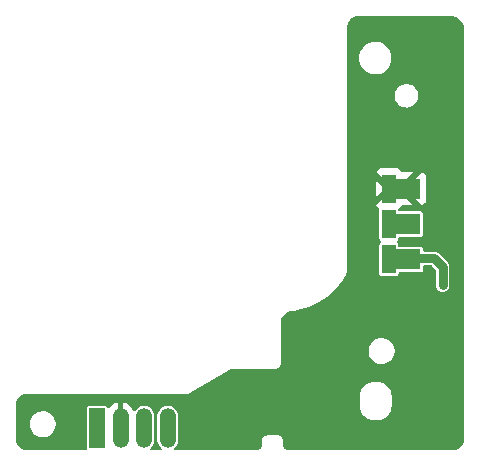
<source format=gbr>
%TF.GenerationSoftware,KiCad,Pcbnew,8.0.2*%
%TF.CreationDate,2024-09-01T00:37:24-07:00*%
%TF.ProjectId,procon_battery_pcb,70726f63-6f6e-45f6-9261-74746572795f,rev?*%
%TF.SameCoordinates,Original*%
%TF.FileFunction,Copper,L2,Bot*%
%TF.FilePolarity,Positive*%
%FSLAX46Y46*%
G04 Gerber Fmt 4.6, Leading zero omitted, Abs format (unit mm)*
G04 Created by KiCad (PCBNEW 8.0.2) date 2024-09-01 00:37:24*
%MOMM*%
%LPD*%
G01*
G04 APERTURE LIST*
%TA.AperFunction,ComponentPad*%
%ADD10R,1.350000X3.350000*%
%TD*%
%TA.AperFunction,ComponentPad*%
%ADD11O,1.350000X3.350000*%
%TD*%
%TA.AperFunction,SMDPad,CuDef*%
%ADD12R,1.200000X2.450000*%
%TD*%
%TA.AperFunction,SMDPad,CuDef*%
%ADD13R,3.280000X1.750000*%
%TD*%
%TA.AperFunction,ViaPad*%
%ADD14C,1.000000*%
%TD*%
%TA.AperFunction,ViaPad*%
%ADD15C,0.750000*%
%TD*%
%TA.AperFunction,Conductor*%
%ADD16C,0.750000*%
%TD*%
G04 APERTURE END LIST*
D10*
%TO.P,J1,1,Pin_1*%
%TO.N,BATTERY_TS_TIEDOWN*%
X51607200Y-51130200D03*
D11*
%TO.P,J1,2,Pin_2*%
%TO.N,GND*%
X53607200Y-51130200D03*
%TO.P,J1,3,Pin_3*%
%TO.N,BATTERY_TS_SENSE*%
X55607200Y-51130200D03*
%TO.P,J1,4,Pin_4*%
%TO.N,BATTERY_POS*%
X57607200Y-51130200D03*
%TD*%
D12*
%TO.P,U1,1,POS*%
%TO.N,BATTERY_POS*%
X76327000Y-36858200D03*
D13*
X77367000Y-36858200D03*
D12*
%TO.P,U1,2,NC*%
%TO.N,unconnected-(U1-NC-Pad2)*%
X76327000Y-33858200D03*
D13*
X77367000Y-33858200D03*
D12*
%TO.P,U1,3,COM*%
%TO.N,GND*%
X76327000Y-30858200D03*
D13*
X77367000Y-30858200D03*
%TD*%
D14*
%TO.N,GND*%
X76250800Y-30861000D03*
X78486000Y-30835600D03*
%TO.N,BATTERY_POS*%
X76327000Y-36858200D03*
D15*
X80873600Y-39014400D03*
D14*
X78405459Y-36771345D03*
%TO.N,unconnected-(U1-NC-Pad2)*%
X76327000Y-33858200D03*
X78486000Y-33858200D03*
%TD*%
D16*
%TO.N,GND*%
X78412600Y-30858200D02*
X78435200Y-30835600D01*
X78486000Y-30784800D02*
X78435200Y-30835600D01*
X78435200Y-30835600D02*
X78486000Y-30835600D01*
X78486000Y-30835600D02*
X78486000Y-30784800D01*
%TO.N,BATTERY_POS*%
X80179945Y-36771345D02*
X78405459Y-36771345D01*
X80873600Y-37465000D02*
X80179945Y-36771345D01*
X80873600Y-39014400D02*
X80873600Y-37465000D01*
%TO.N,unconnected-(U1-NC-Pad2)*%
X77367000Y-33858200D02*
X78486000Y-33858200D01*
%TD*%
%TA.AperFunction,Conductor*%
%TO.N,GND*%
G36*
X81447730Y-16209429D02*
G01*
X81454038Y-16209566D01*
X81546072Y-16211571D01*
X81564896Y-16213425D01*
X81759858Y-16247803D01*
X81780735Y-16253397D01*
X81965490Y-16320641D01*
X81985075Y-16329774D01*
X82155344Y-16428079D01*
X82173044Y-16440472D01*
X82323661Y-16566854D01*
X82338944Y-16582137D01*
X82460252Y-16726707D01*
X82465325Y-16732752D01*
X82477722Y-16750458D01*
X82576024Y-16920722D01*
X82585159Y-16940312D01*
X82652402Y-17125064D01*
X82657996Y-17145941D01*
X82692373Y-17340898D01*
X82694228Y-17359729D01*
X82696371Y-17458067D01*
X82696400Y-17460769D01*
X82696400Y-52027873D01*
X82696363Y-52030911D01*
X82694254Y-52116980D01*
X82691908Y-52138133D01*
X82658039Y-52308406D01*
X82650983Y-52331668D01*
X82585128Y-52490654D01*
X82573669Y-52512092D01*
X82478064Y-52655175D01*
X82462643Y-52673965D01*
X82340965Y-52795643D01*
X82322175Y-52811064D01*
X82179092Y-52906669D01*
X82157654Y-52918128D01*
X81998668Y-52983983D01*
X81975406Y-52991039D01*
X81805133Y-53024908D01*
X81783980Y-53027254D01*
X81700650Y-53029295D01*
X81697909Y-53029363D01*
X81694873Y-53029400D01*
X67878423Y-53029400D01*
X67874360Y-53029333D01*
X67869402Y-53029170D01*
X67825118Y-53027717D01*
X67797077Y-53023555D01*
X67780982Y-53019240D01*
X67700009Y-52997531D01*
X67670117Y-52985146D01*
X67584862Y-52935916D01*
X67559190Y-52916215D01*
X67489584Y-52846609D01*
X67469884Y-52820939D01*
X67420651Y-52735678D01*
X67408269Y-52705794D01*
X67382243Y-52608716D01*
X67378082Y-52580678D01*
X67376467Y-52531442D01*
X67376400Y-52527377D01*
X67376400Y-52229401D01*
X67376017Y-52216431D01*
X67374464Y-52163826D01*
X67340538Y-52037144D01*
X67340537Y-52037143D01*
X67340537Y-52037141D01*
X67292555Y-51954024D01*
X67274972Y-51923563D01*
X67274971Y-51923562D01*
X67274970Y-51923560D01*
X67182239Y-51830829D01*
X67068657Y-51765262D01*
X67068658Y-51765262D01*
X66941978Y-51731337D01*
X66941977Y-51731336D01*
X66941974Y-51731336D01*
X66876400Y-51729400D01*
X66876399Y-51729400D01*
X66076400Y-51729400D01*
X66010855Y-51731539D01*
X65884233Y-51765467D01*
X65884231Y-51765467D01*
X65884231Y-51765468D01*
X65770706Y-51831012D01*
X65770703Y-51831014D01*
X65678014Y-51923703D01*
X65678012Y-51923706D01*
X65612468Y-52037231D01*
X65578539Y-52163855D01*
X65576400Y-52229399D01*
X65576400Y-52527378D01*
X65576334Y-52531424D01*
X65574726Y-52580682D01*
X65570567Y-52608729D01*
X65544558Y-52705798D01*
X65532170Y-52735705D01*
X65482950Y-52820956D01*
X65463244Y-52846637D01*
X65393637Y-52916244D01*
X65367956Y-52935950D01*
X65282705Y-52985170D01*
X65252798Y-52997558D01*
X65155729Y-53023567D01*
X65127682Y-53027726D01*
X65083373Y-53029172D01*
X65078420Y-53029334D01*
X65074378Y-53029400D01*
X58244815Y-53029400D01*
X58177776Y-53009715D01*
X58132021Y-52956911D01*
X58122077Y-52887753D01*
X58151102Y-52824197D01*
X58161000Y-52814561D01*
X58160992Y-52814553D01*
X58287242Y-52688302D01*
X58287245Y-52688299D01*
X58383058Y-52544905D01*
X58449055Y-52385574D01*
X58482700Y-52216429D01*
X58482700Y-50043971D01*
X58482700Y-50043968D01*
X58482699Y-50043966D01*
X58456180Y-49910645D01*
X58449055Y-49874826D01*
X58392090Y-49737299D01*
X58383061Y-49715501D01*
X58383054Y-49715488D01*
X58287245Y-49572101D01*
X58287242Y-49572097D01*
X58165302Y-49450157D01*
X58165298Y-49450154D01*
X58021911Y-49354345D01*
X58021898Y-49354338D01*
X57862578Y-49288346D01*
X57862566Y-49288343D01*
X57693432Y-49254700D01*
X57693429Y-49254700D01*
X57520971Y-49254700D01*
X57520968Y-49254700D01*
X57351833Y-49288343D01*
X57351821Y-49288346D01*
X57192501Y-49354338D01*
X57192488Y-49354345D01*
X57049101Y-49450154D01*
X57049097Y-49450157D01*
X56927157Y-49572097D01*
X56927154Y-49572101D01*
X56831345Y-49715488D01*
X56831338Y-49715501D01*
X56765346Y-49874821D01*
X56765343Y-49874833D01*
X56731700Y-50043966D01*
X56731700Y-52216433D01*
X56765343Y-52385566D01*
X56765346Y-52385578D01*
X56831338Y-52544898D01*
X56831345Y-52544911D01*
X56927154Y-52688298D01*
X56927157Y-52688302D01*
X57053408Y-52814553D01*
X57052367Y-52815593D01*
X57087583Y-52867289D01*
X57089456Y-52937134D01*
X57053270Y-52996903D01*
X56990515Y-53027621D01*
X56969585Y-53029400D01*
X56244815Y-53029400D01*
X56177776Y-53009715D01*
X56132021Y-52956911D01*
X56122077Y-52887753D01*
X56151102Y-52824197D01*
X56161000Y-52814561D01*
X56160992Y-52814553D01*
X56287242Y-52688302D01*
X56287245Y-52688299D01*
X56383058Y-52544905D01*
X56449055Y-52385574D01*
X56482700Y-52216429D01*
X56482700Y-50043971D01*
X56482700Y-50043968D01*
X56482699Y-50043966D01*
X56456180Y-49910645D01*
X56449055Y-49874826D01*
X56392090Y-49737299D01*
X56383061Y-49715501D01*
X56383054Y-49715488D01*
X56287245Y-49572101D01*
X56287242Y-49572097D01*
X56165302Y-49450157D01*
X56165298Y-49450154D01*
X56021911Y-49354345D01*
X56021898Y-49354338D01*
X55862578Y-49288346D01*
X55862566Y-49288343D01*
X55693432Y-49254700D01*
X55693429Y-49254700D01*
X55520971Y-49254700D01*
X55520968Y-49254700D01*
X55351833Y-49288343D01*
X55351821Y-49288346D01*
X55192501Y-49354338D01*
X55192488Y-49354345D01*
X55049101Y-49450154D01*
X55049097Y-49450157D01*
X54927157Y-49572097D01*
X54882663Y-49638687D01*
X54829050Y-49683491D01*
X54759725Y-49692198D01*
X54696698Y-49662043D01*
X54669076Y-49626090D01*
X54612147Y-49514362D01*
X54503445Y-49364745D01*
X54503441Y-49364740D01*
X54372659Y-49233958D01*
X54372654Y-49233954D01*
X54223037Y-49125252D01*
X54058243Y-49041284D01*
X54058237Y-49041282D01*
X53882344Y-48984132D01*
X53857200Y-48980150D01*
X53857200Y-50814514D01*
X53852806Y-50810120D01*
X53761594Y-50757459D01*
X53659861Y-50730200D01*
X53554539Y-50730200D01*
X53452806Y-50757459D01*
X53361594Y-50810120D01*
X53357200Y-50814514D01*
X53357200Y-48980150D01*
X53357199Y-48980150D01*
X53332055Y-48984132D01*
X53156162Y-49041282D01*
X53156156Y-49041284D01*
X52991362Y-49125252D01*
X52841745Y-49233954D01*
X52841740Y-49233958D01*
X52710960Y-49364738D01*
X52685091Y-49400343D01*
X52629760Y-49443007D01*
X52560146Y-49448985D01*
X52498352Y-49416377D01*
X52478299Y-49386824D01*
X52477852Y-49387123D01*
X52426752Y-49310647D01*
X52360430Y-49266332D01*
X52360429Y-49266331D01*
X52301952Y-49254700D01*
X52301948Y-49254700D01*
X50912452Y-49254700D01*
X50912447Y-49254700D01*
X50853970Y-49266331D01*
X50853969Y-49266332D01*
X50787647Y-49310647D01*
X50743332Y-49376969D01*
X50743331Y-49376970D01*
X50731700Y-49435447D01*
X50731700Y-52824952D01*
X50742890Y-52881209D01*
X50736663Y-52950801D01*
X50693799Y-53005978D01*
X50627909Y-53029222D01*
X50621273Y-53029400D01*
X45747905Y-53029400D01*
X45744856Y-53029362D01*
X45741124Y-53029270D01*
X45658828Y-53027245D01*
X45637679Y-53024899D01*
X45467399Y-52991015D01*
X45444141Y-52983958D01*
X45285163Y-52918099D01*
X45263727Y-52906640D01*
X45120650Y-52811033D01*
X45101863Y-52795614D01*
X44980185Y-52673936D01*
X44964766Y-52655149D01*
X44942423Y-52621713D01*
X44869158Y-52512071D01*
X44857700Y-52490636D01*
X44791841Y-52331658D01*
X44784784Y-52308400D01*
X44769064Y-52229399D01*
X44750899Y-52138117D01*
X44748554Y-52116980D01*
X44746436Y-52030866D01*
X44746400Y-52027894D01*
X44746400Y-50808716D01*
X45913393Y-50808716D01*
X45913393Y-50808727D01*
X45933315Y-51017361D01*
X45933318Y-51017378D01*
X45992365Y-51218477D01*
X46088413Y-51404784D01*
X46217974Y-51569532D01*
X46217978Y-51569536D01*
X46376376Y-51706790D01*
X46376387Y-51706798D01*
X46557897Y-51811592D01*
X46557899Y-51811593D01*
X46755970Y-51880146D01*
X46963436Y-51909975D01*
X47172797Y-51900002D01*
X47376488Y-51850587D01*
X47567146Y-51763517D01*
X47737880Y-51641937D01*
X47882520Y-51490244D01*
X47995838Y-51313918D01*
X48073738Y-51119333D01*
X48113405Y-50913521D01*
X48115895Y-50808722D01*
X48113405Y-50703923D01*
X48073738Y-50498111D01*
X47995838Y-50303526D01*
X47882520Y-50127200D01*
X47803158Y-50043968D01*
X47737882Y-49975508D01*
X47737879Y-49975506D01*
X47567148Y-49853928D01*
X47567146Y-49853927D01*
X47376488Y-49766857D01*
X47172797Y-49717442D01*
X46983384Y-49708419D01*
X46963438Y-49707469D01*
X46963437Y-49707469D01*
X46963436Y-49707469D01*
X46755970Y-49737298D01*
X46755969Y-49737298D01*
X46755964Y-49737299D01*
X46557897Y-49805851D01*
X46376387Y-49910645D01*
X46376376Y-49910653D01*
X46217978Y-50047907D01*
X46217974Y-50047911D01*
X46088413Y-50212659D01*
X45992365Y-50398966D01*
X45933318Y-50600065D01*
X45933315Y-50600082D01*
X45913393Y-50808716D01*
X44746400Y-50808716D01*
X44746400Y-49210926D01*
X44746437Y-49207890D01*
X44748545Y-49121821D01*
X44750890Y-49100672D01*
X44784762Y-48930383D01*
X44791812Y-48907141D01*
X44857674Y-48748138D01*
X44869126Y-48726714D01*
X44964738Y-48583619D01*
X44977252Y-48568371D01*
X73844369Y-48568371D01*
X73844369Y-49118359D01*
X73846985Y-49238454D01*
X73846986Y-49238455D01*
X73888683Y-49474934D01*
X73970815Y-49700586D01*
X73970818Y-49700593D01*
X74009076Y-49766857D01*
X74090884Y-49908553D01*
X74092644Y-49910650D01*
X74245239Y-50092508D01*
X74286584Y-50127200D01*
X74429195Y-50246864D01*
X74637159Y-50366932D01*
X74862813Y-50449064D01*
X75099301Y-50490763D01*
X75339435Y-50490763D01*
X75339437Y-50490763D01*
X75575925Y-50449064D01*
X75801579Y-50366932D01*
X76009543Y-50246864D01*
X76193498Y-50092508D01*
X76347854Y-49908553D01*
X76467922Y-49700589D01*
X76550054Y-49474935D01*
X76591753Y-49238447D01*
X76594369Y-49118379D01*
X76594369Y-48568381D01*
X76591751Y-48448317D01*
X76550051Y-48211837D01*
X76467920Y-47986191D01*
X76347854Y-47778235D01*
X76193501Y-47594287D01*
X76101526Y-47517112D01*
X76009553Y-47439938D01*
X75801597Y-47319875D01*
X75801595Y-47319874D01*
X75801593Y-47319873D01*
X75725874Y-47292314D01*
X75575947Y-47237745D01*
X75339468Y-47196047D01*
X75339466Y-47196047D01*
X75099338Y-47196047D01*
X75099335Y-47196047D01*
X74862857Y-47237743D01*
X74738612Y-47282964D01*
X74637210Y-47319872D01*
X74637206Y-47319874D01*
X74637204Y-47319875D01*
X74429252Y-47439933D01*
X74429250Y-47439934D01*
X74245303Y-47594283D01*
X74245295Y-47594291D01*
X74090951Y-47778228D01*
X74090946Y-47778236D01*
X73970887Y-47986178D01*
X73970879Y-47986195D01*
X73888749Y-48211832D01*
X73847049Y-48448312D01*
X73847048Y-48448318D01*
X73844369Y-48568371D01*
X44977252Y-48568371D01*
X44980151Y-48564839D01*
X45101839Y-48443151D01*
X45120619Y-48427738D01*
X45263714Y-48332126D01*
X45285138Y-48320674D01*
X45444141Y-48254812D01*
X45467383Y-48247762D01*
X45637672Y-48213890D01*
X45658815Y-48211545D01*
X45739437Y-48209570D01*
X45744891Y-48209437D01*
X45747927Y-48209400D01*
X59346400Y-48209400D01*
X62967687Y-46125920D01*
X63029525Y-46109400D01*
X66676400Y-46109400D01*
X66741945Y-46107261D01*
X66868567Y-46073333D01*
X66982094Y-46007788D01*
X67074788Y-45915094D01*
X67140333Y-45801567D01*
X67174261Y-45674945D01*
X67176400Y-45609400D01*
X67176400Y-44596211D01*
X74607443Y-44596211D01*
X74607443Y-44596222D01*
X74627365Y-44804856D01*
X74627368Y-44804873D01*
X74686415Y-45005972D01*
X74782463Y-45192279D01*
X74912024Y-45357027D01*
X74912028Y-45357031D01*
X75070426Y-45494285D01*
X75070437Y-45494293D01*
X75251947Y-45599087D01*
X75251949Y-45599088D01*
X75450020Y-45667641D01*
X75657486Y-45697470D01*
X75866847Y-45687497D01*
X76070538Y-45638082D01*
X76261196Y-45551012D01*
X76431930Y-45429432D01*
X76576570Y-45277739D01*
X76689888Y-45101413D01*
X76767788Y-44906828D01*
X76807455Y-44701016D01*
X76809945Y-44596217D01*
X76807455Y-44491418D01*
X76767788Y-44285606D01*
X76689888Y-44091021D01*
X76576570Y-43914695D01*
X76500964Y-43835402D01*
X76431932Y-43763003D01*
X76431929Y-43763001D01*
X76261198Y-43641423D01*
X76261196Y-43641422D01*
X76070538Y-43554352D01*
X75866847Y-43504937D01*
X75677434Y-43495914D01*
X75657488Y-43494964D01*
X75657487Y-43494964D01*
X75657486Y-43494964D01*
X75450020Y-43524793D01*
X75450019Y-43524793D01*
X75450014Y-43524794D01*
X75251947Y-43593346D01*
X75070437Y-43698140D01*
X75070426Y-43698148D01*
X74912028Y-43835402D01*
X74912024Y-43835406D01*
X74782463Y-44000154D01*
X74686415Y-44186461D01*
X74627368Y-44387560D01*
X74627365Y-44387577D01*
X74607443Y-44596211D01*
X67176400Y-44596211D01*
X67176400Y-42203131D01*
X67176437Y-42200092D01*
X67178694Y-42108016D01*
X67181380Y-42085213D01*
X67220075Y-41903659D01*
X67228127Y-41878949D01*
X67303189Y-41710857D01*
X67316216Y-41688365D01*
X67424673Y-41539608D01*
X67442093Y-41520336D01*
X67579182Y-41397449D01*
X67600240Y-41382230D01*
X67759929Y-41290623D01*
X67783698Y-41280127D01*
X67960443Y-41223348D01*
X67982843Y-41218384D01*
X68074976Y-41206777D01*
X68076525Y-41206593D01*
X68323294Y-41178979D01*
X68813028Y-41087615D01*
X69293419Y-40955666D01*
X69761112Y-40784055D01*
X70212836Y-40573979D01*
X70645436Y-40326909D01*
X70850662Y-40185739D01*
X71055871Y-40044582D01*
X71055880Y-40044575D01*
X71055889Y-40044569D01*
X71441325Y-39728934D01*
X71799051Y-39382208D01*
X72126568Y-39006816D01*
X72421587Y-38605380D01*
X72682045Y-38180706D01*
X72796400Y-37959400D01*
X72796400Y-31604647D01*
X75227000Y-31604647D01*
X75973447Y-30858200D01*
X75973447Y-30858199D01*
X75227000Y-30111752D01*
X75227000Y-31604647D01*
X72796400Y-31604647D01*
X72796400Y-29442228D01*
X75264580Y-29442228D01*
X76327000Y-30504647D01*
X76592871Y-30770518D01*
X76626356Y-30831841D01*
X76621372Y-30901533D01*
X76592871Y-30945880D01*
X75264581Y-32274169D01*
X75283649Y-32325293D01*
X75369809Y-32440387D01*
X75369812Y-32440390D01*
X75476811Y-32520490D01*
X75518682Y-32576423D01*
X75526500Y-32619756D01*
X75526500Y-35102952D01*
X75538131Y-35161429D01*
X75538132Y-35161430D01*
X75582447Y-35227752D01*
X75623373Y-35255098D01*
X75668178Y-35308711D01*
X75676885Y-35378036D01*
X75646730Y-35441063D01*
X75623373Y-35461302D01*
X75582447Y-35488647D01*
X75538132Y-35554969D01*
X75538131Y-35554970D01*
X75526500Y-35613447D01*
X75526500Y-38102952D01*
X75538131Y-38161429D01*
X75538132Y-38161430D01*
X75582447Y-38227752D01*
X75648769Y-38272067D01*
X75648770Y-38272068D01*
X75707247Y-38283699D01*
X75707250Y-38283700D01*
X75707252Y-38283700D01*
X76946750Y-38283700D01*
X76946751Y-38283699D01*
X76961568Y-38280752D01*
X77005229Y-38272068D01*
X77005229Y-38272067D01*
X77005231Y-38272067D01*
X77071552Y-38227752D01*
X77115867Y-38161431D01*
X77115867Y-38161429D01*
X77115868Y-38161429D01*
X77127499Y-38102952D01*
X77127500Y-38102950D01*
X77127500Y-38057700D01*
X77147185Y-37990661D01*
X77199989Y-37944906D01*
X77251500Y-37933700D01*
X79026750Y-37933700D01*
X79026751Y-37933699D01*
X79041568Y-37930752D01*
X79085229Y-37922068D01*
X79085229Y-37922067D01*
X79085231Y-37922067D01*
X79151552Y-37877752D01*
X79195867Y-37811431D01*
X79195867Y-37811429D01*
X79195868Y-37811429D01*
X79207499Y-37752952D01*
X79207500Y-37752950D01*
X79207500Y-37470845D01*
X79227185Y-37403806D01*
X79279989Y-37358051D01*
X79331500Y-37346845D01*
X79890203Y-37346845D01*
X79957242Y-37366530D01*
X79977884Y-37383164D01*
X80261781Y-37667061D01*
X80295266Y-37728384D01*
X80298100Y-37754742D01*
X80298100Y-38968552D01*
X80297039Y-38984737D01*
X80293134Y-39014398D01*
X80293134Y-39014400D01*
X80297039Y-39044060D01*
X80298100Y-39060246D01*
X80298100Y-39090167D01*
X80305844Y-39119068D01*
X80309008Y-39134974D01*
X80312913Y-39164635D01*
X80312914Y-39164639D01*
X80324360Y-39192272D01*
X80329573Y-39207629D01*
X80337318Y-39236533D01*
X80337318Y-39236534D01*
X80352279Y-39262446D01*
X80359453Y-39276994D01*
X80370900Y-39304630D01*
X80370901Y-39304632D01*
X80389116Y-39328371D01*
X80398124Y-39341853D01*
X80407871Y-39358735D01*
X80413085Y-39367765D01*
X80413087Y-39367767D01*
X80434242Y-39388922D01*
X80444937Y-39401117D01*
X80463146Y-39424848D01*
X80463147Y-39424849D01*
X80463149Y-39424851D01*
X80486886Y-39443065D01*
X80499076Y-39453756D01*
X80520235Y-39474915D01*
X80546138Y-39489870D01*
X80546149Y-39489876D01*
X80559629Y-39498883D01*
X80583367Y-39517098D01*
X80583368Y-39517098D01*
X80583369Y-39517099D01*
X80611005Y-39528546D01*
X80625556Y-39535722D01*
X80651462Y-39550680D01*
X80651464Y-39550680D01*
X80651465Y-39550681D01*
X80680367Y-39558424D01*
X80695728Y-39563639D01*
X80723364Y-39575087D01*
X80753035Y-39578992D01*
X80768934Y-39582155D01*
X80797834Y-39589900D01*
X80827754Y-39589900D01*
X80843937Y-39590960D01*
X80873600Y-39594866D01*
X80903262Y-39590960D01*
X80919446Y-39589900D01*
X80949364Y-39589900D01*
X80949366Y-39589900D01*
X80978271Y-39582154D01*
X80994168Y-39578992D01*
X81023836Y-39575087D01*
X81023838Y-39575086D01*
X81023839Y-39575086D01*
X81051467Y-39563641D01*
X81066830Y-39558425D01*
X81095735Y-39550681D01*
X81121650Y-39535717D01*
X81136196Y-39528544D01*
X81163833Y-39517098D01*
X81187567Y-39498884D01*
X81201046Y-39489878D01*
X81226965Y-39474915D01*
X81248131Y-39453747D01*
X81260317Y-39443061D01*
X81284051Y-39424851D01*
X81302261Y-39401117D01*
X81312947Y-39388931D01*
X81334115Y-39367765D01*
X81349078Y-39341846D01*
X81358088Y-39328363D01*
X81376298Y-39304633D01*
X81387746Y-39276994D01*
X81394918Y-39262450D01*
X81394920Y-39262446D01*
X81409881Y-39236535D01*
X81417626Y-39207629D01*
X81422841Y-39192267D01*
X81434286Y-39164639D01*
X81434286Y-39164638D01*
X81434287Y-39164636D01*
X81438192Y-39134968D01*
X81441355Y-39119068D01*
X81449100Y-39090166D01*
X81449100Y-39060246D01*
X81450161Y-39044060D01*
X81454066Y-39014400D01*
X81454066Y-39014398D01*
X81450161Y-38984737D01*
X81449100Y-38968552D01*
X81449100Y-37389235D01*
X81449100Y-37389234D01*
X81439144Y-37352079D01*
X81409881Y-37242865D01*
X81388256Y-37205409D01*
X81341664Y-37124709D01*
X81341664Y-37124708D01*
X81334118Y-37111641D01*
X81334115Y-37111635D01*
X81226965Y-37004485D01*
X80533310Y-36310830D01*
X80467695Y-36272947D01*
X80402081Y-36235064D01*
X80328895Y-36215454D01*
X80255711Y-36195845D01*
X80255710Y-36195845D01*
X79331500Y-36195845D01*
X79264461Y-36176160D01*
X79218706Y-36123356D01*
X79207500Y-36071845D01*
X79207500Y-35963449D01*
X79207499Y-35963447D01*
X79195868Y-35904970D01*
X79195867Y-35904969D01*
X79151552Y-35838647D01*
X79085230Y-35794332D01*
X79085229Y-35794331D01*
X79026752Y-35782700D01*
X79026748Y-35782700D01*
X77251500Y-35782700D01*
X77184461Y-35763015D01*
X77138706Y-35710211D01*
X77127500Y-35658700D01*
X77127500Y-35613449D01*
X77127499Y-35613447D01*
X77115868Y-35554970D01*
X77115867Y-35554969D01*
X77071551Y-35488646D01*
X77030627Y-35461302D01*
X76985821Y-35407690D01*
X76977114Y-35338365D01*
X77007268Y-35275338D01*
X77030627Y-35255098D01*
X77071551Y-35227753D01*
X77071552Y-35227752D01*
X77115867Y-35161431D01*
X77115867Y-35161429D01*
X77115868Y-35161429D01*
X77127499Y-35102952D01*
X77127500Y-35102950D01*
X77127500Y-35057700D01*
X77147185Y-34990661D01*
X77199989Y-34944906D01*
X77251500Y-34933700D01*
X79026750Y-34933700D01*
X79026751Y-34933699D01*
X79041568Y-34930752D01*
X79085229Y-34922068D01*
X79085229Y-34922067D01*
X79085231Y-34922067D01*
X79151552Y-34877752D01*
X79195867Y-34811431D01*
X79195867Y-34811429D01*
X79195868Y-34811429D01*
X79207499Y-34752952D01*
X79207500Y-34752950D01*
X79207500Y-32963449D01*
X79207499Y-32963447D01*
X79195868Y-32904970D01*
X79195867Y-32904969D01*
X79151552Y-32838647D01*
X79085230Y-32794332D01*
X79085229Y-32794331D01*
X79026752Y-32782700D01*
X79026748Y-32782700D01*
X77251500Y-32782700D01*
X77184461Y-32763015D01*
X77138706Y-32710211D01*
X77127500Y-32658700D01*
X77127500Y-32619756D01*
X77147185Y-32552717D01*
X77177189Y-32520490D01*
X77284187Y-32440390D01*
X77284190Y-32440387D01*
X77370350Y-32325293D01*
X77370354Y-32325286D01*
X77374612Y-32313870D01*
X77416482Y-32257935D01*
X77481945Y-32233516D01*
X77490795Y-32233200D01*
X78388446Y-32233200D01*
X77101127Y-30945881D01*
X77067642Y-30884558D01*
X77069527Y-30858199D01*
X77720553Y-30858199D01*
X77720553Y-30858200D01*
X79091597Y-32229245D01*
X79091599Y-32229245D01*
X79114374Y-32226798D01*
X79114376Y-32226797D01*
X79249086Y-32176554D01*
X79249093Y-32176550D01*
X79364187Y-32090390D01*
X79364190Y-32090387D01*
X79450350Y-31975293D01*
X79450354Y-31975286D01*
X79500596Y-31840579D01*
X79500598Y-31840572D01*
X79506999Y-31781044D01*
X79507000Y-31781027D01*
X79507000Y-29935372D01*
X79506999Y-29935355D01*
X79500598Y-29875827D01*
X79500596Y-29875820D01*
X79450354Y-29741113D01*
X79450350Y-29741106D01*
X79364190Y-29626012D01*
X79364187Y-29626009D01*
X79249093Y-29539849D01*
X79249086Y-29539845D01*
X79114380Y-29489603D01*
X79114373Y-29489601D01*
X79091598Y-29487152D01*
X77720553Y-30858199D01*
X77069527Y-30858199D01*
X77072626Y-30814866D01*
X77101127Y-30770519D01*
X77367000Y-30504647D01*
X78388446Y-29483200D01*
X77490795Y-29483200D01*
X77423756Y-29463515D01*
X77378001Y-29410711D01*
X77374612Y-29402530D01*
X77370354Y-29391113D01*
X77370350Y-29391106D01*
X77284190Y-29276012D01*
X77284187Y-29276009D01*
X77169093Y-29189849D01*
X77169086Y-29189845D01*
X77034379Y-29139603D01*
X77034372Y-29139601D01*
X76974844Y-29133200D01*
X75679155Y-29133200D01*
X75619627Y-29139601D01*
X75619620Y-29139603D01*
X75484913Y-29189845D01*
X75484906Y-29189849D01*
X75369813Y-29276009D01*
X75283645Y-29391114D01*
X75264580Y-29442228D01*
X72796400Y-29442228D01*
X72796400Y-22990100D01*
X76807006Y-22990100D01*
X76827527Y-23191919D01*
X76888253Y-23385464D01*
X76888260Y-23385479D01*
X76986702Y-23562838D01*
X76986705Y-23562843D01*
X77118839Y-23716760D01*
X77118840Y-23716762D01*
X77279252Y-23840929D01*
X77279256Y-23840932D01*
X77461383Y-23930270D01*
X77657766Y-23981117D01*
X77860364Y-23991392D01*
X78060883Y-23960673D01*
X78251114Y-23890220D01*
X78423268Y-23782915D01*
X78570299Y-23643152D01*
X78686185Y-23476653D01*
X78766184Y-23290235D01*
X78807019Y-23091529D01*
X78809584Y-22990100D01*
X78807019Y-22888671D01*
X78766184Y-22689965D01*
X78686185Y-22503547D01*
X78570299Y-22337048D01*
X78423268Y-22197285D01*
X78251114Y-22089980D01*
X78142975Y-22049930D01*
X78060884Y-22019527D01*
X78060878Y-22019526D01*
X77860365Y-21988808D01*
X77860364Y-21988808D01*
X77759065Y-21993945D01*
X77657765Y-21999083D01*
X77461382Y-22049930D01*
X77279252Y-22139270D01*
X77118840Y-22263437D01*
X77118839Y-22263439D01*
X76986705Y-22417356D01*
X76986702Y-22417361D01*
X76888260Y-22594720D01*
X76888253Y-22594735D01*
X76827527Y-22788280D01*
X76807006Y-22990100D01*
X72796400Y-22990100D01*
X72796400Y-19798422D01*
X73791230Y-19798422D01*
X73791230Y-19798427D01*
X73811041Y-20031217D01*
X73869914Y-20257321D01*
X73966147Y-20470214D01*
X73966152Y-20470222D01*
X74096980Y-20663789D01*
X74258645Y-20832467D01*
X74258646Y-20832468D01*
X74446484Y-20971393D01*
X74446486Y-20971394D01*
X74446489Y-20971396D01*
X74655111Y-21076581D01*
X74878507Y-21144995D01*
X75110253Y-21174671D01*
X75343680Y-21164755D01*
X75572074Y-21115533D01*
X75788864Y-21028419D01*
X75987814Y-20905921D01*
X76163199Y-20751563D01*
X76309975Y-20569784D01*
X76423919Y-20365815D01*
X76501753Y-20145523D01*
X76541238Y-19915246D01*
X76543715Y-19798427D01*
X76541238Y-19681608D01*
X76501753Y-19451331D01*
X76423919Y-19231039D01*
X76423918Y-19231036D01*
X76309974Y-19027069D01*
X76163199Y-18845291D01*
X76163195Y-18845287D01*
X76071272Y-18764385D01*
X75987814Y-18690933D01*
X75788864Y-18568435D01*
X75572074Y-18481321D01*
X75572075Y-18481321D01*
X75343678Y-18432098D01*
X75110255Y-18422182D01*
X74878510Y-18451858D01*
X74655111Y-18520273D01*
X74655105Y-18520276D01*
X74446484Y-18625460D01*
X74258646Y-18764385D01*
X74258645Y-18764386D01*
X74096980Y-18933064D01*
X73966152Y-19126631D01*
X73966147Y-19126639D01*
X73869914Y-19339532D01*
X73811041Y-19565636D01*
X73791230Y-19798422D01*
X72796400Y-19798422D01*
X72796400Y-17210926D01*
X72796437Y-17207890D01*
X72796472Y-17206425D01*
X72798545Y-17121815D01*
X72800890Y-17100672D01*
X72834762Y-16930383D01*
X72841812Y-16907141D01*
X72907674Y-16748138D01*
X72919126Y-16726714D01*
X73014738Y-16583619D01*
X73030151Y-16564839D01*
X73151839Y-16443151D01*
X73170619Y-16427738D01*
X73313714Y-16332126D01*
X73335138Y-16320674D01*
X73494141Y-16254812D01*
X73517383Y-16247762D01*
X73687672Y-16213890D01*
X73708815Y-16211545D01*
X73789437Y-16209570D01*
X73794891Y-16209437D01*
X73797927Y-16209400D01*
X81445030Y-16209400D01*
X81447730Y-16209429D01*
G37*
%TD.AperFunction*%
%TD*%
M02*

</source>
